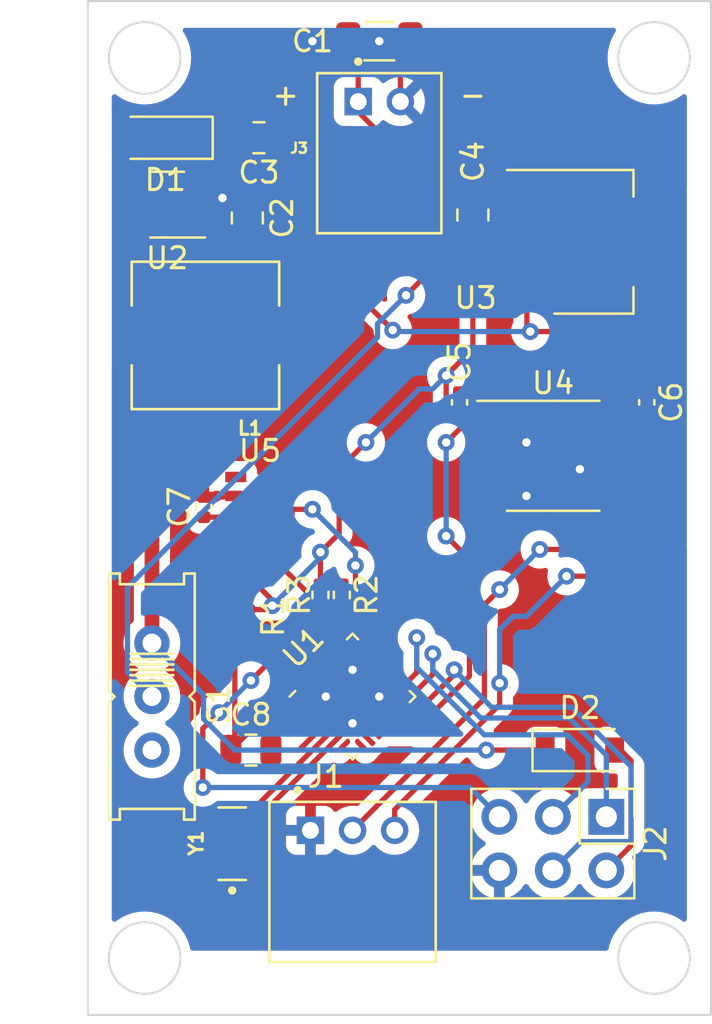
<source format=kicad_pcb>
(kicad_pcb (version 20211014) (generator pcbnew)
  (layers (0 "F.Cu" signal) (31 "B.Cu" signal) (34 "B.Paste" user) (35 "F.Paste" user) (36 "B.SilkS" user "B.Silkscreen") (37 "F.SilkS" user "F.Silkscreen") (38 "B.Mask" user) (39 "F.Mask" user) (44 "Edge.Cuts" user))
  (net 0 "")
  (net 1 "GND")
  (net 2 "+5V")
  (net 3 "Net-(D1-Pad2)")
  (net 4 "/MISO")
  (net 5 "/ICSP_VCC")
  (net 9 "Net-(U1-Pad5)")
  (net 10 "Net-(U1-Pad6)")
  (net 16 "/SCK")
  (net 17 "/MOSI")
  (net 18 "/RST")
  (net 25 "+3V3")
  (net 26 "/SDA")
  (net 30 "/SCL")
  (net 31 "Net-(U1-Pad11)")
  (net 37 "/DO")
  (net 41 "Net-(C1-Pad1)")
  (net 42 "Net-(C2-Pad1)")
  (footprint "Package_SO:TSSOP-14_4.4x5mm_P0.65mm" (layer "F.Cu") (at 141.605 101.6)
    (fp_text reference "U4" (at 0 -3.45) (layer "F.SilkS"))
    (fp_text value "TXU0304")
    (fp_line (start 0 2.61) (end 2.2 2.61) (layer "F.SilkS") (width 0.12))
    (fp_line (start 0 -2.61) (end -3.6 -2.61) (layer "F.SilkS") (width 0.12))
    (fp_line (start 0 2.61) (end -2.2 2.61) (layer "F.SilkS") (width 0.12))
    (fp_line (start 0 -2.61) (end 2.2 -2.61) (layer "F.SilkS") (width 0.12))
    (pad "1" smd roundrect (at -2.8625 -1.95) (size 1.475 0.4) (layers "F.Cu" "F.Paste" "F.Mask") (net 25 "+3V3"))
    (pad "2" smd roundrect (at -2.8625 -1.3) (size 1.475 0.4) (layers "F.Cu" "F.Paste" "F.Mask") (net 31 "Net-(U1-Pad11)"))
    (pad "3" smd roundrect (at -2.8625 -0.65) (size 1.475 0.4) (layers "F.Cu" "F.Paste" "F.Mask") (net 1 "GND"))
    (pad "4" smd roundrect (at -2.8625 0) (size 1.475 0.4) (layers "F.Cu" "F.Paste" "F.Mask") (net 1 "GND"))
    (pad "5" smd roundrect (at -2.8625 0.65) (size 1.475 0.4) (layers "F.Cu" "F.Paste" "F.Mask"))
    (pad "6" smd roundrect (at -2.8625 1.3) (size 1.475 0.4) (layers "F.Cu" "F.Paste" "F.Mask"))
    (pad "7" smd roundrect (at -2.8625 1.95) (size 1.475 0.4) (layers "F.Cu" "F.Paste" "F.Mask") (net 1 "GND"))
    (pad "8" smd roundrect (at 2.8625 1.95) (size 1.475 0.4) (layers "F.Cu" "F.Paste" "F.Mask") (net 2 "+5V"))
    (pad "9" smd roundrect (at 2.8625 1.3) (size 1.475 0.4) (layers "F.Cu" "F.Paste" "F.Mask"))
    (pad "10" smd roundrect (at 2.8625 0.65) (size 1.475 0.4) (layers "F.Cu" "F.Paste" "F.Mask") (net 1 "GND"))
    (pad "11" smd roundrect (at 2.8625 0) (size 1.475 0.4) (layers "F.Cu" "F.Paste" "F.Mask"))
    (pad "12" smd roundrect (at 2.8625 -0.65) (size 1.475 0.4) (layers "F.Cu" "F.Paste" "F.Mask"))
    (pad "13" smd roundrect (at 2.8625 -1.3) (size 1.475 0.4) (layers "F.Cu" "F.Paste" "F.Mask") (net 37 "/DO"))
    (pad "14" smd roundrect (at 2.8625 -1.95) (size 1.475 0.4) (layers "F.Cu" "F.Paste" "F.Mask") (net 2 "+5V"))
  )
  (footprint "Resistor_SMD:R_0402_1005Metric" (layer "F.Cu") (at 131.572 108.204 -90)
    (fp_text reference "R2" (at 0 -1.17 90) (layer "F.SilkS"))
    (fp_text value "4.7K")
    (fp_line (start -0.153641 -0.38) (end 0.153641 -0.38) (layer "F.SilkS") (width 0.12))
    (fp_line (start -0.153641 0.38) (end 0.153641 0.38) (layer "F.SilkS") (width 0.12))
    (pad "1" smd roundrect (at -0.51 0 270) (size 0.54 0.64) (layers "F.Cu" "F.Paste" "F.Mask") (net 25 "+3V3"))
    (pad "2" smd roundrect (at 0.51 0 270) (size 0.54 0.64) (layers "F.Cu" "F.Paste" "F.Mask") (net 26 "/SDA"))
  )
  (footprint "Resistor_SMD:R_0402_1005Metric" (layer "F.Cu") (at 130.556 108.204 -90)
    (fp_text reference "R3" (at 0 1.016 90) (layer "F.SilkS"))
    (fp_text value "4.7k")
    (fp_line (start -0.153641 -0.38) (end 0.153641 -0.38) (layer "F.SilkS") (width 0.12))
    (fp_line (start -0.153641 0.38) (end 0.153641 0.38) (layer "F.SilkS") (width 0.12))
    (pad "1" smd roundrect (at -0.51 0 270) (size 0.54 0.64) (layers "F.Cu" "F.Paste" "F.Mask") (net 25 "+3V3"))
    (pad "2" smd roundrect (at 0.51 0 270) (size 0.54 0.64) (layers "F.Cu" "F.Paste" "F.Mask") (net 30 "/SCL"))
  )
  (footprint "Package_TO_SOT_SMD:SOT-23-5" (layer "F.Cu") (at 123.275 89.675 180)
    (fp_text reference "U2" (at 0 -2.54) (layer "F.SilkS"))
    (fp_text value "RP400N501A-TR-FE")
    (fp_line (start 0 -1.56) (end -1.8 -1.56) (layer "F.SilkS") (width 0.12))
    (fp_line (start 0 1.56) (end -0.8 1.56) (layer "F.SilkS") (width 0.12))
    (fp_line (start 0 -1.56) (end 0.8 -1.56) (layer "F.SilkS") (width 0.12))
    (fp_line (start 0 1.56) (end 0.8 1.56) (layer "F.SilkS") (width 0.12))
    (pad "1" smd roundrect (at -1.1375 -0.95 180) (size 1.325 0.6) (layers "F.Cu" "F.Paste" "F.Mask") (net 42 "Net-(C2-Pad1)"))
    (pad "2" smd roundrect (at -1.1375 0 180) (size 1.325 0.6) (layers "F.Cu" "F.Paste" "F.Mask") (net 1 "GND"))
    (pad "3" smd roundrect (at -1.1375 0.95 180) (size 1.325 0.6) (layers "F.Cu" "F.Paste" "F.Mask") (net 42 "Net-(C2-Pad1)"))
    (pad "4" smd roundrect (at 1.1375 0.95 180) (size 1.325 0.6) (layers "F.Cu" "F.Paste" "F.Mask") (net 2 "+5V"))
    (pad "5" smd roundrect (at 1.1375 -0.95 180) (size 1.325 0.6) (layers "F.Cu" "F.Paste" "F.Mask") (net 3 "Net-(D1-Pad2)"))
  )
  (footprint "Diode_SMD:D_SOD-123" (layer "F.Cu") (at 142.875 115.57)
    (fp_text reference "D2" (at 0 -2) (layer "F.SilkS"))
    (fp_text value "D_Schottky")
    (fp_line (start -2.25 -1) (end 1.65 -1) (layer "F.SilkS") (width 0.12))
    (fp_line (start -2.25 1) (end 1.65 1) (layer "F.SilkS") (width 0.12))
    (fp_line (start -2.25 -1) (end -2.25 1) (layer "F.SilkS") (width 0.12))
    (pad "1" smd rect (at -1.65 0) (size 0.9 1.2) (layers "F.Cu" "F.Paste" "F.Mask") (net 42 "Net-(C2-Pad1)"))
    (pad "2" smd rect (at 1.65 0) (size 0.9 1.2) (layers "F.Cu" "F.Paste" "F.Mask") (net 5 "/ICSP_VCC"))
  )
  (footprint "Capacitor_SMD:C_1206_3216Metric" (layer "F.Cu") (at 133.35 81.915)
    (fp_text reference "C1" (at -3.175 0) (layer "F.SilkS"))
    (fp_text value "100uF")
    (fp_line (start -0.711252 0.91) (end 0.711252 0.91) (layer "F.SilkS") (width 0.12))
    (fp_line (start -0.711252 -0.91) (end 0.711252 -0.91) (layer "F.SilkS") (width 0.12))
    (pad "1" smd roundrect (at -1.475 0) (size 1.15 1.8) (layers "F.Cu" "F.Paste" "F.Mask") (roundrect_rratio 0.2173913043) (net 41 "Net-(C1-Pad1)"))
    (pad "2" smd roundrect (at 1.475 0) (size 1.15 1.8) (layers "F.Cu" "F.Paste" "F.Mask") (roundrect_rratio 0.2173913043) (net 1 "GND"))
  )
  (footprint "Connector_PinHeader_2.54mm:PinHeader_2x03_P2.54mm_Vertical" (layer "F.Cu") (at 144.13 118.74 -90)
    (fp_text reference "J2" (at 1.27 -2.33 90) (layer "F.SilkS"))
    (fp_text value "Conn_02x03_Odd_Even")
    (fp_line (start -1.33 0) (end -1.33 -1.33) (layer "F.SilkS") (width 0.12))
    (fp_line (start -1.33 1.27) (end -1.33 6.41) (layer "F.SilkS") (width 0.12))
    (fp_line (start 3.87 -1.33) (end 3.87 6.41) (layer "F.SilkS") (width 0.12))
    (fp_line (start 1.27 1.27) (end 1.27 -1.33) (layer "F.SilkS") (width 0.12))
    (fp_line (start -1.33 6.41) (end 3.87 6.41) (layer "F.SilkS") (width 0.12))
    (fp_line (start -1.33 -1.33) (end 0 -1.33) (layer "F.SilkS") (width 0.12))
    (fp_line (start -1.33 1.27) (end 1.27 1.27) (layer "F.SilkS") (width 0.12))
    (fp_line (start 1.27 -1.33) (end 3.87 -1.33) (layer "F.SilkS") (width 0.12))
    (pad "1" thru_hole rect (at 0 0 270) (size 1.7 1.7) (drill 1) (layers *.Cu *.Mask) (net 4 "/MISO"))
    (pad "2" thru_hole oval (at 2.54 0 270) (size 1.7 1.7) (drill 1) (layers *.Cu *.Mask) (net 5 "/ICSP_VCC"))
    (pad "3" thru_hole oval (at 0 2.54 270) (size 1.7 1.7) (drill 1) (layers *.Cu *.Mask) (net 16 "/SCK"))
    (pad "4" thru_hole oval (at 2.54 2.54 270) (size 1.7 1.7) (drill 1) (layers *.Cu *.Mask) (net 17 "/MOSI"))
    (pad "5" thru_hole oval (at 0 5.08 270) (size 1.7 1.7) (drill 1) (layers *.Cu *.Mask) (net 18 "/RST"))
    (pad "6" thru_hole oval (at 2.54 5.08 270) (size 1.7 1.7) (drill 1) (layers *.Cu *.Mask) (net 1 "GND"))
  )
  (footprint "Capacitor_SMD:C_0805_2012Metric" (layer "F.Cu") (at 127.085 90.31 90)
    (fp_text reference "C2" (at 0 1.651 90) (layer "F.SilkS"))
    (fp_text value "10uF")
    (fp_line (start -0.261252 -0.735) (end 0.261252 -0.735) (layer "F.SilkS") (width 0.12))
    (fp_line (start -0.261252 0.735) (end 0.261252 0.735) (layer "F.SilkS") (width 0.12))
    (pad "1" smd roundrect (at -0.95 0 90) (size 1 1.45) (layers "F.Cu" "F.Paste" "F.Mask") (net 42 "Net-(C2-Pad1)"))
    (pad "2" smd roundrect (at 0.95 0 90) (size 1 1.45) (layers "F.Cu" "F.Paste" "F.Mask") (net 1 "GND"))
  )
  (footprint "S2B-PH-K-S(LF)(SN) 2mm JST Connector:JST_S2B-PH-K-S(LF)(SN)" (layer "F.Cu") (at 133.35 84.7825)
    (fp_text reference "J3" (at -3.81 2.2125) (layer "F.SilkS") (effects (font (size 0.48 0.48))))
    (fp_text value "S2B-PH-K-S(LF)(SN)")
    (fp_line (start -2.95 -1.35) (end 2.95 -1.35) (layer "F.SilkS") (width 0.127))
    (fp_line (start -2.95 6.25) (end -2.95 -1.35) (layer "F.SilkS") (width 0.127))
    (fp_line (start 2.95 -1.35) (end 2.95 6.25) (layer "F.SilkS") (width 0.127))
    (fp_line (start 2.95 6.25) (end -2.95 6.25) (layer "F.SilkS") (width 0.127))
    (fp_circle (center -1 -1.9) (end -0.9 -1.9) (layer "F.SilkS") (width 0.2) (fill none))
    (pad "1" thru_hole rect locked (at -1 0) (size 1.308 1.308) (drill 0.8) (layers *.Cu *.Mask) (net 41 "Net-(C1-Pad1)"))
    (pad "2" thru_hole circle locked (at 1 0) (size 1.308 1.308) (drill 0.8) (layers *.Cu *.Mask) (net 1 "GND"))
  )
  (footprint "Capacitor_SMD:C_0805_2012Metric" (layer "F.Cu") (at 127.254 115.57)
    (fp_text reference "C8" (at 0 -1.68) (layer "F.SilkS"))
    (fp_text value "10uF")
    (fp_line (start -0.261252 -0.735) (end 0.261252 -0.735) (layer "F.SilkS") (width 0.12))
    (fp_line (start -0.261252 0.735) (end 0.261252 0.735) (layer "F.SilkS") (width 0.12))
    (pad "1" smd roundrect (at -0.95 0) (size 1 1.45) (layers "F.Cu" "F.Paste" "F.Mask") (net 25 "+3V3"))
    (pad "2" smd roundrect (at 0.95 0) (size 1 1.45) (layers "F.Cu" "F.Paste" "F.Mask") (net 1 "GND"))
  )
  (footprint "Package_TO_SOT_SMD:SOT-223-3_TabPin2" (layer "F.Cu") (at 143.51 91.44)
    (fp_text reference "U3" (at -5.588 2.667) (layer "F.SilkS"))
    (fp_text value "LDL1117")
    (fp_line (start 1.91 3.41) (end 1.91 2.15) (layer "F.SilkS") (width 0.12))
    (fp_line (start -1.85 3.41) (end 1.91 3.41) (layer "F.SilkS") (width 0.12))
    (fp_line (start 1.91 -3.41) (end 1.91 -2.15) (layer "F.SilkS") (width 0.12))
    (fp_line (start -4.1 -3.41) (end 1.91 -3.41) (layer "F.SilkS") (width 0.12))
    (pad "1" smd rect (at -3.15 -2.3) (size 2 1.5) (layers "F.Cu" "F.Paste" "F.Mask") (net 1 "GND"))
    (pad "2" smd rect (at 3.15 0) (size 2 3.8) (layers "F.Cu" "F.Paste" "F.Mask") (net 25 "+3V3"))
    (pad "2" smd rect (at -3.15 0) (size 2 1.5) (layers "F.Cu" "F.Paste" "F.Mask") (net 25 "+3V3"))
    (pad "3" smd rect (at -3.15 2.3) (size 2 1.5) (layers "F.Cu" "F.Paste" "F.Mask") (net 2 "+5V"))
  )
  (footprint "Resistor_SMD:R_0201_0603Metric" (layer "F.Cu") (at 127.254 109.22 -90)
    (fp_text reference "R1" (at 0 -1.05 90) (layer "F.SilkS"))
    (fp_text value "10k")
    (pad "1" smd roundrect (at -0.32 0 270) (size 0.46 0.4) (layers "F.Cu" "F.Mask") (net 25 "+3V3"))
    (pad "2" smd roundrect (at 0.32 0 270) (size 0.46 0.4) (layers "F.Cu" "F.Mask") (net 18 "/RST"))
  )
  (footprint "Capacitor_SMD:C_0402_1005Metric" (layer "F.Cu") (at 137.16 99.06 -90)
    (fp_text reference "C5" (at -1.905 0 90) (layer "F.SilkS"))
    (fp_text value "0.1uF")
    (fp_line (start -0.107836 0.36) (end 0.107836 0.36) (layer "F.SilkS") (width 0.12))
    (fp_line (start -0.107836 -0.36) (end 0.107836 -0.36) (layer "F.SilkS") (width 0.12))
    (pad "1" smd roundrect (at -0.48 0 270) (size 0.56 0.62) (layers "F.Cu" "F.Paste" "F.Mask") (net 1 "GND"))
    (pad "2" smd roundrect (at 0.48 0 270) (size 0.56 0.62) (layers "F.Cu" "F.Paste" "F.Mask") (net 25 "+3V3"))
  )
  (footprint "SLF7045T-100M1R3-PF:IND_SLF7045T-100M1R3-PF" (layer "F.Cu") (at 125.095 95.885 180)
    (fp_text reference "L1" (at -2.118 -4.4064) (layer "F.SilkS") (effects (font (size 0.64 0.64))))
    (fp_text value "10uH")
    (fp_line (start -3.5 -3.5) (end 3.5 -3.5) (layer "F.SilkS") (width 0.127))
    (fp_line (start 3.5 3.5) (end 3.5 1.42) (layer "F.SilkS") (width 0.127))
    (fp_line (start -3.5 3.5) (end -3.5 1.42) (layer "F.SilkS") (width 0.127))
    (fp_line (start -3.5 3.5) (end 3.5 3.5) (layer "F.SilkS") (width 0.127))
    (fp_line (start 3.5 -3.5) (end 3.5 -1.42) (layer "F.SilkS") (width 0.127))
    (fp_line (start -3.5 -3.5) (end -3.5 -1.42) (layer "F.SilkS") (width 0.127))
    (pad "1" smd rect locked (at -3.15 0 180) (size 1.5 2.2) (layers "F.Cu" "F.Paste" "F.Mask") (net 42 "Net-(C2-Pad1)"))
    (pad "2" smd rect locked (at 3.15 0 180) (size 1.5 2.2) (layers "F.Cu" "F.Paste" "F.Mask") (net 3 "Net-(D1-Pad2)"))
  )
  (footprint "Capacitor_SMD:C_0805_2012Metric" (layer "F.Cu") (at 127.635 86.5)
    (fp_text reference "C3" (at 0 1.651) (layer "F.SilkS"))
    (fp_text value "10uF")
    (fp_line (start -0.261252 0.735) (end 0.261252 0.735) (layer "F.SilkS") (width 0.12))
    (fp_line (start -0.261252 -0.735) (end 0.261252 -0.735) (layer "F.SilkS") (width 0.12))
    (pad "1" smd roundrect (at -0.95 0) (size 1 1.45) (layers "F.Cu" "F.Paste" "F.Mask") (net 2 "+5V"))
    (pad "2" smd roundrect (at 0.95 0) (size 1 1.45) (layers "F.Cu" "F.Paste" "F.Mask") (net 1 "GND"))
  )
  (footprint "Capacitor_SMD:C_0805_2012Metric" (layer "F.Cu") (at 137.795 90.17 90)
    (fp_text reference "C4" (at 2.54 0 90) (layer "F.SilkS"))
    (fp_text value "4.7uF")
    (fp_line (start -0.261252 0.735) (end 0.261252 0.735) (layer "F.SilkS") (width 0.12))
    (fp_line (start -0.261252 -0.735) (end 0.261252 -0.735) (layer "F.SilkS") (width 0.12))
    (pad "1" smd roundrect (at -0.95 0 90) (size 1 1.45) (layers "F.Cu" "F.Paste" "F.Mask") (net 25 "+3V3"))
    (pad "2" smd roundrect (at 0.95 0 90) (size 1 1.45) (layers "F.Cu" "F.Paste" "F.Mask") (net 1 "GND"))
  )
  (footprint "Package_DFN_QFN:QFN-28-1EP_4x4mm_P0.45mm_EP2.4x2.4mm" (layer "F.Cu") (at 132.08 113.03 45)
    (fp_text reference "U1" (at 0 -3.3 45) (layer "F.SilkS"))
    (fp_text value "ATmega328-MM")
    (fp_line (start -1.735 2.11) (end -2.11 2.11) (layer "F.SilkS") (width 0.12))
    (fp_line (start 1.735 -2.11) (end 2.11 -2.11) (layer "F.SilkS") (width 0.12))
    (fp_line (start -1.735 -2.11) (end -2.11 -2.11) (layer "F.SilkS") (width 0.12))
    (fp_line (start 2.11 -2.11) (end 2.11 -1.735) (layer "F.SilkS") (width 0.12))
    (fp_line (start -2.11 2.11) (end -2.11 1.735) (layer "F.SilkS") (width 0.12))
    (fp_line (start 2.11 2.11) (end 2.11 1.735) (layer "F.SilkS") (width 0.12))
    (fp_line (start 1.735 2.11) (end 2.11 2.11) (layer "F.SilkS") (width 0.12))
    (pad "1" smd custom (at -1.95 -1.35 45) (size 0.179289 0.179289) (layers "F.Cu" "F.Paste" "F.Mask") (options (clearance outline) (anchor circle)) (primitives (gr_poly (pts (xy 0.3375 0.000888) (xy 0.3375 0.0625) (xy -0.3375 0.0625) (xy -0.3375 -0.0625) (xy 0.274112 -0.0625)) (width 0.125) (fill yes))))
    (pad "2" smd roundrect (at -1.95 -0.9 45) (size 0.8 0.25) (layers "F.Cu" "F.Paste" "F.Mask"))
    (pad "3" smd roundrect (at -1.95 -0.45 45) (size 0.8 0.25) (layers "F.Cu" "F.Paste" "F.Mask") (net 25 "+3V3"))
    (pad "4" smd roundrect (at -1.95 0 45) (size 0.8 0.25) (layers "F.Cu" "F.Paste" "F.Mask") (net 1 "GND"))
    (pad "5" smd roundrect (at -1.95 0.45 45) (size 0.8 0.25) (layers "F.Cu" "F.Paste" "F.Mask") (net 9 "Net-(U1-Pad5)"))
    (pad "6" smd roundrect (at -1.95 0.9 45) (size 0.8 0.25) (layers "F.Cu" "F.Paste" "F.Mask") (net 10 "Net-(U1-Pad6)"))
    (pad "7" smd custom (at -1.95 1.35 45) (size 0.179289 0.179289) (layers "F.Cu" "F.Paste" "F.Mask") (options (clearance outline) (anchor circle)) (primitives (gr_poly (pts (xy 0.3375 -0.000888) (xy 0.274112 0.0625) (xy -0.3375 0.0625) (xy -0.3375 -0.0625) (xy 0.3375 -0.0625)) (width 0.125) (fill yes))))
    (pad "8" smd custom (at -1.35 1.95 45) (size 0.179289 0.179289) (layers "F.Cu" "F.Paste" "F.Mask") (options (clearance outline) (anchor circle)) (primitives (gr_poly (pts (xy 0.0625 0.3375) (xy -0.0625 0.3375) (xy -0.0625 -0.274112) (xy 0.000888 -0.3375) (xy 0.0625 -0.3375)) (width 0.125) (fill yes))))
    (pad "9" smd roundrect (at -0.9 1.95 45) (size 0.25 0.8) (layers "F.Cu" "F.Paste" "F.Mask"))
    (pad "10" smd roundrect (at -0.45 1.95 45) (size 0.25 0.8) (layers "F.Cu" "F.Paste" "F.Mask"))
    (pad "11" smd roundrect (at 0 1.95 45) (size 0.25 0.8) (layers "F.Cu" "F.Paste" "F.Mask") (net 31 "Net-(U1-Pad11)"))
    (pad "12" smd roundrect (at 0.45 1.95 45) (size 0.25 0.8) (layers "F.Cu" "F.Paste" "F.Mask"))
    (pad "13" smd roundrect (at 0.9 1.95 45) (size 0.25 0.8) (layers "F.Cu" "F.Paste" "F.Mask") (net 17 "/MOSI"))
    (pad "14" smd custom (at 1.35 1.95 45) (size 0.179289 0.179289) (layers "F.Cu" "F.Paste" "F.Mask") (net 4 "/MISO") (options (clearance outline) (anchor circle)) (primitives (gr_poly (pts (xy 0.0625 -0.274112) (xy 0.0625 0.3375) (xy -0.0625 0.3375) (xy -0.0625 -0.3375) (xy -0.000888 -0.3375)) (width 0.125) (fill yes))))
    (pad "15" smd custom (at 1.95 1.35 45) (size 0.179289 0.179289) (layers "F.Cu" "F.Paste" "F.Mask") (net 16 "/SCK") (options (clearance outline) (anchor circle)) (primitives (gr_poly (pts (xy 0.3375 0.0625) (xy -0.274112 0.0625) (xy -0.3375 -0.000888) (xy -0.3375 -0.0625) (xy 0.3375 -0.0625)) (width 0.125) (fill yes))))
    (pad "16" smd roundrect (at 1.95 0.9 45) (size 0.8 0.25) (layers "F.Cu" "F.Paste" "F.Mask"))
    (pad "17" smd roundrect (at 1.95 0.45 45) (size 0.8 0.25) (layers "F.Cu" "F.Paste" "F.Mask"))
    (pad "18" smd roundrect (at 1.95 0 45) (size 0.8 0.25) (layers "F.Cu" "F.Paste" "F.Mask") (net 1 "GND"))
    (pad "19" smd roundrect (at 1.95 -0.45 45) (size 0.8 0.25) (layers "F.Cu" "F.Paste" "F.Mask"))
    (pad "20" smd roundrect (at 1.95 -0.9 45) (size 0.8 0.25) (layers "F.Cu" "F.Paste" "F.Mask"))
    (pad "21" smd custom (at 1.95 -1.35 45) (size 0.179289 0.179289) (layers "F.Cu" "F.Paste" "F.Mask") (options (clearance outline) (anchor circle)) (primitives (gr_poly (pts (xy 0.3375 0.0625) (xy -0.3375 0.0625) (xy -0.3375 0.000888) (xy -0.274112 -0.0625) (xy 0.3375 -0.0625)) (width 0.125) (fill yes))))
    (pad "22" smd custom (at 1.35 -1.95 45) (size 0.179289 0.179289) (layers "F.Cu" "F.Paste" "F.Mask") (options (clearance outline) (anchor circle)) (primitives (gr_poly (pts (xy 0.0625 0.274112) (xy -0.000888 0.3375) (xy -0.0625 0.3375) (xy -0.0625 -0.3375) (xy 0.0625 -0.3375)) (width 0.125) (fill yes))))
    (pad "23" smd roundrect (at 0.9 -1.95 45) (size 0.25 0.8) (layers "F.Cu" "F.Paste" "F.Mask") (net 26 "/SDA"))
    (pad "24" smd roundrect (at 0.45 -1.95 45) (size 0.25 0.8) (layers "F.Cu" "F.Paste" "F.Mask") (net 30 "/SCL"))
    (pad "25" smd roundrect (at 0 -1.95 45) (size 0.25 0.8) (layers "F.Cu" "F.Paste" "F.Mask") (net 18 "/RST"))
    (pad "26" smd roundrect (at -0.45 -1.95 45) (size 0.25 0.8) (layers "F.Cu" "F.Paste" "F.Mask"))
    (pad "27" smd roundrect (at -0.9 -1.95 45) (size 0.25 0.8) (layers "F.Cu" "F.Paste" "F.Mask"))
    (pad "28" smd custom (at -1.35 -1.95 45) (size 0.179289 0.179289) (layers "F.Cu" "F.Paste" "F.Mask") (options (clearance outline) (anchor circle)) (primitives (gr_poly (pts (xy 0.0625 0.3375) (xy 0.000888 0.3375) (xy -0.0625 0.274112) (xy -0.0625 -0.3375) (xy 0.0625 -0.3375)) (width 0.125) (fill yes))))
    (pad "29" smd rect (at 0 0 45) (size 2.4 2.4) (layers "F.Cu" "F.Mask") (net 1 "GND"))
  )
  (footprint "Capacitor_SMD:C_0402_1005Metric" (layer "F.Cu") (at 146.05 99.06 -90)
    (fp_text reference "C6" (at 0 -1.16 90) (layer "F.SilkS"))
    (fp_text value "0.1uF")
    (fp_line (start -0.107836 0.36) (end 0.107836 0.36) (layer "F.SilkS") (width 0.12))
    (fp_line (start -0.107836 -0.36) (end 0.107836 -0.36) (layer "F.SilkS") (width 0.12))
    (pad "1" smd roundrect (at -0.48 0 270) (size 0.56 0.62) (layers "F.Cu" "F.Paste" "F.Mask") (net 1 "GND"))
    (pad "2" smd roundrect (at 0.48 0 270) (size 0.56 0.62) (layers "F.Cu" "F.Paste" "F.Mask") (net 2 "+5V"))
  )
  (footprint "Capacitor_SMD:C_0402_1005Metric" (layer "F.Cu") (at 125.017022 104.032 90)
    (fp_text reference "C7" (at 0 -1.16 90) (layer "F.SilkS"))
    (fp_text value "4.7uF")
    (fp_line (start -0.107836 0.36) (end 0.107836 0.36) (layer "F.SilkS") (width 0.12))
    (fp_line (start -0.107836 -0.36) (end 0.107836 -0.36) (layer "F.SilkS") (width 0.12))
    (pad "1" smd roundrect (at -0.48 0 90) (size 0.56 0.62) (layers "F.Cu" "F.Paste" "F.Mask") (net 25 "+3V3"))
    (pad "2" smd roundrect (at 0.48 0 90) (size 0.56 0.62) (layers "F.Cu" "F.Paste" "F.Mask") (net 1 "GND"))
  )
  (footprint "Diode_SMD:D_SOD-123" (layer "F.Cu") (at 123.19 86.5 180)
    (fp_text reference "D1" (at 0 -2) (layer "F.SilkS"))
    (fp_text value "D_Schottky")
    (fp_line (start -2.25 -1) (end -2.25 1) (layer "F.SilkS") (width 0.12))
    (fp_line (start -2.25 1) (end 1.65 1) (layer "F.SilkS") (width 0.12))
    (fp_line (start -2.25 -1) (end 1.65 -1) (layer "F.SilkS") (width 0.12))
    (pad "1" smd rect (at -1.65 0 180) (size 0.9 1.2) (layers "F.Cu" "F.Paste" "F.Mask") (net 2 "+5V"))
    (pad "2" smd rect (at 1.65 0 180) (size 0.9 1.2) (layers "F.Cu" "F.Paste" "F.Mask") (net 3 "Net-(D1-Pad2)"))
  )
  (footprint "EG1218 SPDT Switch:EG1218" (layer "F.Cu") (at 122.555 113.03 -90)
    (fp_text reference "S1" (at 0.381 -3.175 90) (layer "F.SilkS"))
    (fp_text value "EG1218")
    (fp_line (start 5.334 -1.524) (end 5.334 1.524) (layer "F.SilkS") (width 0.127))
    (fp_line (start -0.254 2.032) (end -5.842 2.032) (layer "F.SilkS") (width 0.127))
    (fp_line (start -0.254 -2.032) (end 0 -1.778) (layer "F.SilkS") (width 0.127))
    (fp_line (start -0.508 -1.016) (end -0.508 1.016) (layer "F.SilkS") (width 0.127))
    (fp_line (start 0 -1.778) (end 0.254 -2.032) (layer "F.SilkS") (width 0.127))
    (fp_line (start -5.842 -1.524) (end -5.842 -2.032) (layer "F.SilkS") (width 0.127))
    (fp_line (start 0.254 -2.032) (end 5.842 -2.032) (layer "F.SilkS") (width 0.127))
    (fp_line (start -5.842 1.524) (end -5.334 1.524) (layer "F.SilkS") (width 0.127))
    (fp_line (start 5.842 -1.524) (end 5.334 -1.524) (layer "F.SilkS") (width 0.127))
    (fp_line (start 5.842 2.032) (end 0.254 2.032) (layer "F.SilkS") (width 0.127))
    (fp_line (start -1.524 -1.016) (end -1.524 1.016) (layer "F.SilkS") (width 0.127))
    (fp_line (start 5.842 1.524) (end 5.842 2.032) (layer "F.SilkS") (width 0.127))
    (fp_line (start -1.27 1.016) (end -1.27 -1.016) (layer "F.SilkS") (width 0.127))
    (fp_line (start -0.762 1.016) (end -0.762 -1.016) (layer "F.SilkS") (width 0.127))
    (fp_line (start -2.032 -1.016) (end -2.032 1.016) (layer "F.SilkS") (width 0.127))
    (fp_line (start 5.842 -2.032) (end 5.842 -1.524) (layer "F.SilkS") (width 0.127))
    (fp_line (start -5.842 2.032) (end -5.842 1.524) (layer "F.SilkS") (width 0.127))
    (fp_line (start -1.778 1.016) (end -1.778 -1.016) (layer "F.SilkS") (width 0.127))
    (fp_line (start 5.334 1.524) (end 5.842 1.524) (layer "F.SilkS") (width 0.127))
    (fp_line (start 0 1.778) (end -0.254 2.032) (layer "F.SilkS") (width 0.127))
    (fp_line (start -1.016 -1.016) (end -1.016 1.016) (layer "F.SilkS") (width 0.127))
    (fp_line (start 0.254 2.032) (end 0 1.778) (layer "F.SilkS") (width 0.127))
    (fp_line (start -5.334 1.524) (end -5.334 -1.524) (layer "F.SilkS") (width 0.127))
    (fp_line (start -5.334 -1.524) (end -5.842 -1.524) (layer "F.SilkS") (width 0.127))
    (fp_line (start -5.842 -2.032) (end -0.254 -2.032) (layer "F.SilkS") (width 0.127))
    (pad "O" thru_hole circle locked (at -2.54 0 270) (size 1.6764 1.6764) (drill 0.9) (layers *.Cu *.Mask) (net 42 "Net-(C2-Pad1)"))
    (pad "P" thru_hole circle locked (at 0 0 270) (size 1.6764 1.6764) (drill 0.9) (layers *.Cu *.Mask) (net 41 "Net-(C1-Pad1)"))
    (pad "S" thru_hole circle locked (at 2.54 0 270) (size 1.6764 1.6764) (drill 0.9) (layers *.Cu *.Mask))
  )
  (footprint "CSTNE16M0V530000R0:OSC_CSTNE16M0V530000R0" (layer "F.Cu") (at 126.365 120.015 90)
    (fp_text reference "Y1" (at 0.032 -1.7064 90) (layer "F.SilkS") (effects (font (size 0.64 0.64))))
    (fp_text value "Resonator")
    (fp_line (start -1.72 -0.65) (end -1.72 0.65) (layer "F.SilkS") (width 0.127))
    (fp_line (start 1.72 -0.65) (end 1.72 0.65) (layer "F.SilkS") (width 0.127))
    (fp_circle (center -2.22 0) (end -2.12 0) (layer "F.SilkS") (width 0.2) (fill none))
    (pad "1" smd rect locked (at -1.2 0 90) (size 0.4 1.9) (layers "F.Cu" "F.Paste" "F.Mask") (net 10 "Net-(U1-Pad6)"))
    (pad "2" smd rect locked (at 0 0 90) (size 0.4 1.9) (layers "F.Cu" "F.Paste" "F.Mask") (net 1 "GND"))
    (pad "3" smd rect locked (at 1.2 0 90) (size 0.4 1.9) (layers "F.Cu" "F.Paste" "F.Mask") (net 9 "Net-(U1-Pad5)"))
  )
  (footprint "JST-S3B-PH-K:JST_S3B-PH-K-S(LF)(SN)" (layer "F.Cu") (at 130.08 119.38)
    (fp_text reference "J1" (at 0.73 -2.54) (layer "F.SilkS") (effects (font (size 1.000339 1.000339))))
    (fp_text value "S3B-PH-K-S(LF)(SN)")
    (fp_line (start -1.95 -1.35) (end -1.95 6.25) (layer "F.SilkS") (width 0.127))
    (fp_line (start 5.95 -1.35) (end -1.95 -1.35) (layer "F.SilkS") (width 0.127))
    (fp_line (start -1.95 6.25) (end 5.95 6.25) (layer "F.SilkS") (width 0.127))
    (fp_line (start 5.95 6.25) (end 5.95 -1.35) (layer "F.SilkS") (width 0.127))
    (fp_circle (center -0.6 -1.9) (end -0.5 -1.9) (layer "F.SilkS") (width 0.2) (fill none))
    (pad "1" thru_hole rect locked (at 0 0) (size 1.308 1.308) (drill 0.8) (layers *.Cu *.Mask) (net 1 "GND"))
    (pad "2" thru_hole circle locked (at 2 0) (size 1.308 1.308) (drill 0.8) (layers *.Cu *.Mask) (net 37 "/DO"))
    (pad "3" thru_hole circle locked (at 4 0) (size 1.308 1.308) (drill 0.8) (layers *.Cu *.Mask) (net 2 "+5V"))
  )
  (footprint "HP203B Pressure Sensor:HP203B" (layer "F.Cu") (at 127.684022 103.905)
    (fp_text reference "U5" (at 0 -2.54 unlocked) (layer "F.SilkS"))
    (fp_text value "HP203B")
    (pad "1" smd rect (at -1.15 -1.3) (size 1 0.5) (layers "F.Cu" "F.Paste" "F.Mask"))
    (pad "2" smd rect (at -1.25 -0.4) (size 0.8 0.5) (layers "F.Cu" "F.Paste" "F.Mask") (net 1 "GND"))
    (pad "3" smd rect (at -1.25 0.5) (size 0.8 0.5) (layers "F.Cu" "F.Paste" "F.Mask") (net 25 "+3V3"))
    (pad "4" smd rect (at -1.25 1.4) (size 0.8 0.5) (layers "F.Cu" "F.Paste" "F.Mask"))
    (pad "5" smd rect (at 1.25 1.4) (size 0.8 0.5) (layers "F.Cu" "F.Paste" "F.Mask") (net 30 "/SCL"))
    (pad "6" smd rect (at 1.25 0.5) (size 0.8 0.5) (layers "F.Cu" "F.Paste" "F.Mask") (net 26 "/SDA"))
    (pad "7" smd rect (at 1.25 -0.4) (size 0.8 0.5) (layers "F.Cu" "F.Paste" "F.Mask"))
    (pad "8" smd rect (at 1.25 -1.3) (size 0.8 0.5) (layers "F.Cu" "F.Paste" "F.Mask") (net 25 "+3V3"))
  )
  (gr_rect (start 119.507 80.01) (end 149.098 128.143) (layer "Edge.Cuts") (width 0.1) (fill none))
  (gr_circle (center 146.398 82.71) (end 148.098 82.71) (layer "Edge.Cuts") (width 0.1) (fill none))
  (gr_circle (center 146.398 125.443) (end 148.098 125.443) (layer "Edge.Cuts") (width 0.1) (fill none))
  (gr_circle (center 122.207 125.443) (end 123.907 125.443) (layer "Edge.Cuts") (width 0.1) (fill none))
  (gr_circle (center 122.207 82.71) (end 123.907 82.71) (layer "Edge.Cuts") (width 0.1) (fill none))
  (gr_text "+" (at 128.905 84.455) (layer "F.SilkS") (effects (font (size 1 1))))
  (gr_text "-" (at 137.795 84.455) (layer "F.SilkS") (effects (font (size 1 1))))
  (segment (start 137.795 89.22) (end 137.875 89.14) (width 0.25) (layer "F.Cu") (net 1))
  (segment (start 129.54 115.57) (end 130.701142 114.408858) (width 0.25) (layer "F.Cu") (net 1))
  (segment (start 134.35 82.39) (end 134.825 81.915) (width 0.25) (layer "F.Cu") (net 1))
  (segment (start 129.275 100.965) (end 130.175 100.965) (width 0.25) (layer "F.Cu") (net 1))
  (segment (start 138.7425 100.95) (end 140.32 100.95) (width 0.25) (layer "F.Cu") (net 1))
  (segment (start 128.209511 102.294771) (end 128.209511 102.030489) (width 0.25) (layer "F.Cu") (net 1))
  (segment (start 138.7425 101.6) (end 140.335 101.6) (width 0.25) (layer "F.Cu") (net 1))
  (segment (start 124.7275 89.36) (end 124.4125 89.675) (width 0.25) (layer "F.Cu") (net 1))
  (segment (start 138.7425 103.55) (end 140.29 103.55) (width 0.25) (layer "F.Cu") (net 1))
  (segment (start 128.209511 102.030489) (end 129.275 100.965) (width 0.25) (layer "F.Cu") (net 1))
  (segment (start 140.32 100.95) (end 140.335 100.965) (width 0.25) (layer "F.Cu") (net 1))
  (segment (start 137.875 89.14) (end 140.36 89.14) (width 0.25) (layer "F.Cu") (net 1))
  (segment (start 130.701142 114.408858) (end 132.08 113.03) (width 0.25) (layer "F.Cu") (net 1))
  (segment (start 133.458858 111.651142) (end 132.08 113.03) (width 0.25) (layer "F.Cu") (net 1))
  (segment (start 124.4125 89.675) (end 124.796072 89.675) (width 0.25) (layer "F.Cu") (net 1))
  (segment (start 144.4675 102.25) (end 142.89 102.25) (width 0.25) (layer "F.Cu") (net 1))
  (segment (start 134.35 84.7825) (end 134.35 82.39) (width 0.25) (layer "F.Cu") (net 1))
  (segment (start 125.905 89.36) (end 124.7275 89.36) (width 0.25) (layer "F.Cu") (net 1))
  (segment (start 126.999282 103.505) (end 128.209511 102.294771) (width 0.25) (layer "F.Cu") (net 1))
  (segment (start 140.29 103.55) (end 140.335 103.505) (width 0.25) (layer "F.Cu") (net 1))
  (segment (start 125.017022 103.552) (end 126.387022 103.552) (width 0.25) (layer "F.Cu") (net 1))
  (segment (start 128.204 115.57) (end 129.54 115.57) (width 0.25) (layer "F.Cu") (net 1))
  (segment (start 142.89 102.25) (end 142.875 102.235) (width 0.25) (layer "F.Cu") (net 1))
  (segment (start 127.085 89.36) (end 125.905 89.36) (width 0.25) (layer "F.Cu") (net 1))
  (segment (start 126.434022 103.505) (end 126.999282 103.505) (width 0.25) (layer "F.Cu") (net 1))
  (via (at 130.175 81.915) (size 0.8) (drill 0.4) (layers "F.Cu" "B.Cu") (net 1))
  (via (at 133.35 113.03) (size 0.8) (drill 0.4) (layers "F.Cu" "B.Cu") (net 1))
  (via (at 132.08 114.3) (size 0.8) (drill 0.4) (layers "F.Cu" "B.Cu") (net 1))
  (via (at 125.905 89.36) (size 0.8) (drill 0.4) (layers "F.Cu" "B.Cu") (net 1))
  (via (at 133.35 81.915) (size 0.8) (drill 0.4) (layers "F.Cu" "B.Cu") (net 1))
  (via (at 130.81 113.03) (size 0.8) (drill 0.4) (layers "F.Cu" "B.Cu") (net 1))
  (via (at 132.08 111.76) (size 0.8) (drill 0.4) (layers "F.Cu" "B.Cu") (net 1))
  (via (at 140.335 103.505) (size 0.8) (drill 0.4) (layers "F.Cu" "B.Cu") (net 1))
  (via (at 140.335 100.965) (size 0.8) (drill 0.4) (layers "F.Cu" "B.Cu") (net 1))
  (via (at 142.875 102.235) (size 0.8) (drill 0.4) (layers "F.Cu" "B.Cu") (net 1))
  (segment (start 134.08 118.396) (end 134.08 119.38) (width 0.25) (layer "F.Cu") (net 2))
  (segment (start 147.32 97.79) (end 147.32 99.06) (width 0.25) (layer "F.Cu") (net 2))
  (segment (start 147.32 105.41) (end 145.415 107.315) (width 0.25) (layer "F.Cu") (net 2))
  (segment (start 128.13452 88.872027) (end 126.685 87.422507) (width 0.25) (layer "F.Cu") (net 2))
  (segment (start 140.51875 95.70125) (end 145.23125 95.70125) (width 0.25) (layer "F.Cu") (net 2))
  (segment (start 146.05 99.54) (end 144.5775 99.54) (width 0.25) (layer "F.Cu") (net 2))
  (segment (start 145.23125 95.70125) (end 147.32 97.79) (width 0.25) (layer "F.Cu") (net 2))
  (segment (start 140.36 95.5425) (end 140.51875 95.70125) (width 0.25) (layer "F.Cu") (net 2))
  (segment (start 147.32 99.06) (end 146.84 99.54) (width 0.25) (layer "F.Cu") (net 2))
  (segment (start 143.047 103.55) (end 144.4675 103.55) (width 0.25) (layer "F.Cu") (net 2))
  (segment (start 139.065 113.411) (end 134.08 118.396) (width 0.25) (layer "F.Cu") (net 2))
  (segment (start 128.13452 89.777055) (end 128.13452 88.872027) (width 0.25) (layer "F.Cu") (net 2))
  (segment (start 124.3625 86.5) (end 122.1375 88.725) (width 0.25) (layer "F.Cu") (net 2))
  (segment (start 140.36 93.74) (end 140.36 95.5425) (width 0.25) (layer "F.Cu") (net 2))
  (segment (start 144.5775 99.54) (end 144.4675 99.65) (width 0.25) (layer "F.Cu") (net 2))
  (segment (start 146.84 99.54) (end 146.05 99.54) (width 0.25) (layer "F.Cu") (net 2))
  (segment (start 142.539 99.65) (end 141.986 100.203) (width 0.25) (layer "F.Cu") (net 2))
  (segment (start 126.685 87.422507) (end 126.685 86.5) (width 0.25) (layer "F.Cu") (net 2))
  (segment (start 141.986 102.489) (end 143.047 103.55) (width 0.25) (layer "F.Cu") (net 2))
  (segment (start 147.32 99.06) (end 147.32 105.41) (width 0.25) (layer "F.Cu") (net 2))
  (segment (start 145.415 107.315) (end 142.24 107.315) (width 0.25) (layer "F.Cu") (net 2))
  (segment (start 139.065 112.395) (end 139.065 113.411) (width 0.25) (layer "F.Cu") (net 2))
  (segment (start 124.84 86.5) (end 124.3625 86.5) (width 0.25) (layer "F.Cu") (net 2))
  (segment (start 141.986 100.203) (end 141.986 102.489) (width 0.25) (layer "F.Cu") (net 2))
  (segment (start 133.988465 95.631) (end 128.13452 89.777055) (width 0.25) (layer "F.Cu") (net 2))
  (segment (start 144.4675 99.65) (end 142.539 99.65) (width 0.25) (layer "F.Cu") (net 2))
  (segment (start 126.685 86.5) (end 124.84 86.5) (width 0.25) (layer "F.Cu") (net 2))
  (via (at 140.51875 95.70125) (size 0.8) (drill 0.4) (layers "F.Cu" "B.Cu") (net 2))
  (via (at 139.065 112.395) (size 0.8) (drill 0.4) (layers "F.Cu" "B.Cu") (net 2))
  (via (at 133.988465 95.631) (size 0.8) (drill 0.4) (layers "F.Cu" "B.Cu") (net 2))
  (via (at 142.24 107.315) (size 0.8) (drill 0.4) (layers "F.Cu" "B.Cu") (net 2))
  (segment (start 133.988465 95.631) (end 134.058715 95.70125) (width 0.25) (layer "B.Cu") (net 2))
  (segment (start 134.058715 95.70125) (end 140.51875 95.70125) (width 0.25) (layer "B.Cu") (net 2))
  (segment (start 139.065 109.855) (end 139.065 112.395) (width 0.25) (layer "B.Cu") (net 2))
  (segment (start 139.7 109.22) (end 139.065 109.855) (width 0.25) (layer "B.Cu") (net 2))
  (segment (start 140.335 109.22) (end 139.7 109.22) (width 0.25) (layer "B.Cu") (net 2))
  (segment (start 142.24 107.315) (end 140.335 109.22) (width 0.25) (layer "B.Cu") (net 2))
  (segment (start 121.15048 89.63798) (end 121.15048 86.88952) (width 0.25) (layer "F.Cu") (net 3))
  (segment (start 121.15048 86.88952) (end 121.54 86.5) (width 0.25) (layer "F.Cu") (net 3))
  (segment (start 121.945 95.885) (end 121.945 90.8175) (width 0.7) (layer "F.Cu") (net 3))
  (segment (start 122.1375 90.625) (end 121.15048 89.63798) (width 0.25) (layer "F.Cu") (net 3))
  (segment (start 121.945 90.8175) (end 122.1375 90.625) (width 0.7) (layer "F.Cu") (net 3))
  (segment (start 135.89 111.977716) (end 135.89 110.998) (width 0.25) (layer "F.Cu") (net 4))
  (segment (start 134.413452 113.454264) (end 135.89 111.977716) (width 0.25) (layer "F.Cu") (net 4))
  (via (at 135.89 110.998) (size 0.8) (drill 0.4) (layers "F.Cu" "B.Cu") (net 4))
  (segment (start 144.13 115.809718) (end 144.13 118.74) (width 0.25) (layer "B.Cu") (net 4))
  (segment (start 135.89 110.998) (end 135.89 111.768614) (width 0.25) (layer "B.Cu") (net 4))
  (segment (start 135.89 111.768614) (end 138.167386 114.046) (width 0.25) (layer "B.Cu") (net 4))
  (segment (start 138.167386 114.046) (end 142.366282 114.046) (width 0.25) (layer "B.Cu") (net 4))
  (segment (start 142.366282 114.046) (end 144.13 115.809718) (width 0.25) (layer "B.Cu") (net 4))
  (segment (start 144.78 115.545) (end 145.304511 116.069511) (width 0.25) (layer "F.Cu") (net 5))
  (segment (start 145.304511 120.105489) (end 144.13 121.28) (width 0.25) (layer "F.Cu") (net 5))
  (segment (start 145.304511 116.069511) (end 145.304511 120.105489) (width 0.25) (layer "F.Cu") (net 5))
  (segment (start 131.01934 114.727056) (end 126.931396 118.815) (width 0.25) (layer "F.Cu") (net 9))
  (segment (start 126.931396 118.815) (end 126.365 118.815) (width 0.25) (layer "F.Cu") (net 9))
  (segment (start 127.639511 120.539511) (end 126.964022 121.215) (width 0.25) (layer "F.Cu") (net 10))
  (segment (start 126.964022 121.215) (end 126.365 121.215) (width 0.25) (layer "F.Cu") (net 10))
  (segment (start 131.337538 115.045254) (end 131.33686 115.045254) (width 0.25) (layer "F.Cu") (net 10))
  (segment (start 127.639511 118.742603) (end 127.639511 120.539511) (width 0.25) (layer "F.Cu") (net 10))
  (segment (start 131.33686 115.045254) (end 127.639511 118.742603) (width 0.25) (layer "F.Cu") (net 10))
  (segment (start 134.413452 112.605736) (end 135.128 111.891188) (width 0.25) (layer "F.Cu") (net 16))
  (segment (start 135.128 111.891188) (end 135.128 110.236) (width 0.25) (layer "F.Cu") (net 16))
  (via (at 135.128 110.236) (size 0.8) (drill 0.4) (layers "F.Cu" "B.Cu") (net 16))
  (segment (start 135.128 110.236) (end 135.128 111.642332) (width 0.25) (layer "B.Cu") (net 16))
  (segment (start 138.331157 114.845489) (end 142.277489 114.845489) (width 0.25) (layer "B.Cu") (net 16))
  (segment (start 143.256 115.824) (end 143.256 117.074) (width 0.25) (layer "B.Cu") (net 16))
  (segment (start 135.128 111.642332) (end 138.331157 114.845489) (width 0.25) (layer "B.Cu") (net 16))
  (segment (start 142.277489 114.845489) (end 143.256 115.824) (width 0.25) (layer "B.Cu") (net 16))
  (segment (start 143.256 117.074) (end 141.59 118.74) (width 0.25) (layer "B.Cu") (net 16))
  (segment (start 136.906 111.986341) (end 136.906 111.76) (width 0.25) (layer "F.Cu") (net 17))
  (segment (start 134.768215 114.124126) (end 136.906 111.986341) (width 0.25) (layer "F.Cu") (net 17))
  (segment (start 134.446918 114.124126) (end 134.768215 114.124126) (width 0.25) (layer "F.Cu") (net 17))
  (segment (start 134.095254 113.772462) (end 134.446918 114.124126) (width 0.25) (layer "F.Cu") (net 17))
  (via (at 136.906 111.76) (size 0.8) (drill 0.4) (layers "F.Cu" "B.Cu") (net 17))
  (segment (start 145.304511 116.348511) (end 145.304511 119.914511) (width 0.25) (layer "B.Cu") (net 17))
  (segment (start 138.684 113.538) (end 142.494 113.538) (width 0.25) (layer "B.Cu") (net 17))
  (segment (start 136.906 111.76) (end 138.684 113.538) (width 0.25) (layer "B.Cu") (net 17))
  (segment (start 142.955489 119.914511) (end 141.59 121.28) (width 0.25) (layer "B.Cu") (net 17))
  (segment (start 142.494 113.538) (end 145.304511 116.348511) (width 0.25) (layer "B.Cu") (net 17))
  (segment (start 145.304511 119.914511) (end 142.955489 119.914511) (width 0.25) (layer "B.Cu") (net 17))
  (segment (start 124.968 114.554) (end 124.968 117.348) (width 0.25) (layer "F.Cu") (net 18))
  (segment (start 128.59 109.54) (end 127.254 109.54) (width 0.25) (layer "F.Cu") (net 18))
  (segment (start 129.286 110.236) (end 128.59 109.54) (width 0.25) (layer "F.Cu") (net 18))
  (segment (start 129.286 110.236) (end 127.254 112.268) (width 0.25) (layer "F.Cu") (net 18))
  (segment (start 125.73 113.792) (end 124.968 114.554) (width 0.25) (layer "F.Cu") (net 18))
  (segment (start 130.701142 111.651142) (end 129.286 110.236) (width 0.25) (layer "F.Cu") (net 18))
  (via (at 124.968 117.348) (size 0.8) (drill 0.4) (layers "F.Cu" "B.Cu") (net 18))
  (via (at 127.254 112.268) (size 0.8) (drill 0.4) (layers "F.Cu" "B.Cu") (net 18))
  (via (at 125.73 113.792) (size 0.8) (drill 0.4) (layers "F.Cu" "B.Cu") (net 18))
  (segment (start 127.254 112.268) (end 125.73 113.792) (width 0.25) (layer "B.Cu") (net 18))
  (segment (start 124.968 117.348) (end 137.658 117.348) (width 0.25) (layer "B.Cu") (net 18))
  (segment (start 137.658 117.348) (end 139.05 118.74) (width 0.25) (layer "B.Cu") (net 18))
  (segment (start 136.52548 97.78952) (end 136.52548 99.06048) (width 0.25) (layer "F.Cu") (net 25))
  (segment (start 125.017022 104.512) (end 126.327022 104.512) (width 0.25) (layer "F.Cu") (net 25))
  (segment (start 127.508 107.696) (end 128.27 108.458) (width 0.25) (layer "F.Cu") (net 25))
  (segment (start 146.66 91.44) (end 140.36 91.44) (width 0.25) (layer "F.Cu") (net 25))
  (segment (start 126.735 104.405) (end 128.535 102.605) (width 0.25) (layer "F.Cu") (net 25))
  (segment (start 131.075 102.605) (end 128.934022 102.605) (width 0.25) (layer "F.Cu") (net 25))
  (segment (start 137.795 91.11904) (end 137.795 96.52) (width 0.25) (layer "F.Cu") (net 25))
  (segment (start 137.16 99.54) (end 138.6325 99.54) (width 0.25) (layer "F.Cu") (net 25))
  (segment (start 127.35352 114.52048) (end 126.304 115.57) (width 0.25) (layer "F.Cu") (net 25))
  (segment (start 130.382944 114.09066) (end 129.953124 114.52048) (width 0.25) (layer "F.Cu") (net 25))
  (segment (start 138.6325 99.54) (end 138.7425 99.65) (width 0.25) (layer "F.Cu") (net 25))
  (segment (start 129.953124 114.52048) (end 127.35352 114.52048) (width 0.25) (layer "F.Cu") (net 25))
  (segment (start 126.304 115.57) (end 126.492 115.382) (width 0.25) (layer "F.Cu") (net 25))
  (segment (start 128.082 108.9) (end 128.27 108.712) (width 0.25) (layer "F.Cu") (net 25))
  (segment (start 126.492 115.382) (end 126.492 108.204) (width 0.25) (layer "F.Cu") (net 25))
  (segment (start 127.254 108.9) (end 128.082 108.9) (width 0.25) (layer "F.Cu") (net 25))
  (segment (start 132.715 100.965) (end 131.075 102.605) (width 0.25) (layer "F.Cu") (net 25))
  (segment (start 137.795 91.12) (end 138.115 91.44) (width 0.25) (layer "F.Cu") (net 25))
  (segment (start 131.572 107.694) (end 130.556 107.694) (width 0.25) (layer "F.Cu") (net 25))
  (segment (start 131.445 102.235) (end 131.445 105.283) (width 0.25) (layer "F.Cu") (net 25))
  (segment (start 128.27 108.458) (end 128.27 108.712) (width 0.25) (layer "F.Cu") (net 25))
  (segment (start 136.52548 99.06048) (end 137.005 99.54) (width 0.25) (layer "F.Cu") (net 25))
  (segment (start 127 107.696) (end 127.508 107.696) (width 0.25) (layer "F.Cu") (net 25))
  (segment (start 131.445 105.283) (end 130.556 106.172) (width 0.25) (layer "F.Cu") (net 25))
  (segment (start 137.005 99.54) (end 137.16 99.54) (width 0.25) (layer "F.Cu") (net 25))
  (segment (start 138.115 91.44) (end 140.36 91.44) (width 0.25) (layer "F.Cu") (net 25))
  (segment (start 130.556 107.694) (end 130.556 106.172) (width 0.25) (layer "F.Cu") (net 25))
  (segment (start 137.795 96.52) (end 136.52548 97.78952) (width 0.25) (layer "F.Cu") (net 25))
  (segment (start 126.492 108.204) (end 127 107.696) (width 0.25) (layer "F.Cu") (net 25))
  (via (at 136.52548 97.78952) (size 0.8) (drill 0.4) (layers "F.Cu" "B.Cu") (net 25))
  (via (at 130.556 106.172) (size 0.8) (drill 0.4) (layers "F.Cu" "B.Cu") (net 25))
  (via (at 128.27 108.712) (size 0.8) (drill 0.4) (layers "F.Cu" "B.Cu") (net 25))
  (via (at 132.715 100.965) (size 0.8) (drill 0.4) (layers "F.Cu" "B.Cu") (net 25))
  (segment (start 135.255 98.425) (end 135.89 98.425) (width 0.25) (layer "B.Cu") (net 25))
  (segment (start 130.556 106.426) (end 130.556 106.172) (width 0.25) (layer "B.Cu") (net 25))
  (segment (start 135.89 98.425) (end 136.52548 97.78952) (width 0.25) (layer "B.Cu") (net 25))
  (segment (start 128.27 108.712) (end 130.556 106.426) (width 0.25) (layer "B.Cu") (net 25))
  (segment (start 132.715 100.965) (end 135.255 98.425) (width 0.25) (layer "B.Cu") (net 25))
  (segment (start 129.199022 104.14) (end 128.934022 104.405) (width 0.25) (layer "F.Cu") (net 26))
  (segment (start 132.21652 108.06948) (end 132.21652 106.807906) (width 0.25) (layer "F.Cu") (net 26))
  (segment (start 131.337538 111.014746) (end 130.985874 110.663082) (width 0.25) (layer "F.Cu") (net 26))
  (segment (start 130.985874 109.300126) (end 131.572 108.714) (width 0.25) (layer "F.Cu") (net 26))
  (segment (start 130.175 104.14) (end 129.199022 104.14) (width 0.25) (layer "F.Cu") (net 26))
  (segment (start 130.985874 110.663082) (end 130.985874 109.300126) (width 0.25) (layer "F.Cu") (net 26))
  (segment (start 131.572 108.714) (end 132.21652 108.06948) (width 0.25) (layer "F.Cu") (net 26))
  (via (at 130.175 104.14) (size 0.8) (drill 0.4) (layers "F.Cu" "B.Cu") (net 26))
  (via (at 132.21652 106.807906) (size 0.8) (drill 0.4) (layers "F.Cu" "B.Cu") (net 26))
  (segment (start 132.21652 106.18152) (end 130.175 104.14) (width 0.25) (layer "B.Cu") (net 26))
  (segment (start 132.21652 106.807906) (end 132.21652 106.18152) (width 0.25) (layer "B.Cu") (net 26))
  (segment (start 130.536354 108.733646) (end 130.556 108.714) (width 0.25) (layer "F.Cu") (net 30))
  (segment (start 131.01934 111.332944) (end 130.536354 110.849958) (width 0.25) (layer "F.Cu") (net 30))
  (segment (start 130.536354 110.849958) (end 130.536354 108.733646) (width 0.25) (layer "F.Cu") (net 30))
  (segment (start 128.934022 107.092022) (end 128.934022 105.305) (width 0.25) (layer "F.Cu") (net 30))
  (segment (start 130.556 108.714) (end 128.934022 107.092022) (width 0.25) (layer "F.Cu") (net 30))
  (segment (start 137.630511 106.515511) (end 136.525 105.41) (width 0.25) (layer "F.Cu") (net 31))
  (segment (start 137.19 100.3) (end 138.7425 100.3) (width 0.25) (layer "F.Cu") (net 31))
  (segment (start 133.458858 114.408858) (end 133.810522 114.760522) (width 0.25) (layer "F.Cu") (net 31))
  (segment (start 136.525 100.965) (end 137.19 100.3) (width 0.25) (layer "F.Cu") (net 31))
  (segment (start 134.930092 114.760522) (end 137.630511 112.060103) (width 0.25) (layer "F.Cu") (net 31))
  (segment (start 133.810522 114.760522) (end 134.930092 114.760522) (width 0.25) (layer "F.Cu") (net 31))
  (segment (start 137.630511 112.060103) (end 137.630511 106.515511) (width 0.25) (layer "F.Cu") (net 31))
  (via (at 136.525 105.41) (size 0.8) (drill 0.4) (layers "F.Cu" "B.Cu") (net 31))
  (via (at 136.525 100.965) (size 0.8) (drill 0.4) (layers "F.Cu" "B.Cu") (net 31))
  (segment (start 136.525 105.41) (end 136.525 100.965) (width 0.25) (layer "B.Cu") (net 31))
  (segment (start 145.155361 100.3) (end 144.4675 100.3) (width 0.25) (layer "F.Cu") (net 37))
  (segment (start 138.340489 113.119511) (end 132.08 119.38) (width 0.25) (layer "F.Cu") (net 37))
  (segment (start 140.97 106.045) (end 145.415 106.045) (width 0.25) (layer "F.Cu") (net 37))
  (segment (start 138.340489 108.674511) (end 138.340489 113.119511) (width 0.25) (layer "F.Cu") (net 37))
  (segment (start 146.685 104.775) (end 146.685 101.829639) (width 0.25) (layer "F.Cu") (net 37))
  (segment (start 139.065 107.95) (end 138.340489 108.674511) (width 0.25) (layer "F.Cu") (net 37))
  (segment (start 146.685 101.829639) (end 145.155361 100.3) (width 0.25) (layer "F.Cu") (net 37))
  (segment (start 145.415 106.045) (end 146.685 104.775) (width 0.25) (layer "F.Cu") (net 37))
  (via (at 140.97 106.045) (size 0.8) (drill 0.4) (layers "F.Cu" "B.Cu") (net 37))
  (via (at 139.065 107.95) (size 0.8) (drill 0.4) (layers "F.Cu" "B.Cu") (net 37))
  (segment (start 139.065 107.95) (end 140.97 106.045) (width 0.25) (layer "B.Cu") (net 37))
  (segment (start 135.89 92.71) (end 135.89 88.809472) (width 0.25) (layer "F.Cu") (net 41))
  (segment (start 132.35 84.7825) (end 132.35 82.39) (width 0.25) (layer "F.Cu") (net 41))
  (segment (start 132.35 82.39) (end 131.875 81.915) (width 0.25) (layer "F.Cu") (net 41))
  (segment (start 135.89 88.809472) (end 132.106514 85.025986) (width 0.25) (layer "F.Cu") (net 41))
  (segment (start 134.62 93.98) (end 135.89 92.71) (width 0.25) (layer "F.Cu") (net 41))
  (via (at 134.62 93.98) (size 0.8) (drill 0.4) (layers "F.Cu" "B.Cu") (net 41))
  (segment (start 121.392289 111.867289) (end 122.555 113.03) (width 0.25) (layer "B.Cu") (net 41))
  (segment (start 134.62 93.98) (end 133.720014 94.879986) (width 0.25) (layer "B.Cu") (net 41))
  (segment (start 121.392289 107.842711) (end 121.392289 111.867289) (width 0.25) (layer "B.Cu") (net 41))
  (segment (start 133.714865 94.879986) (end 133.263954 95.330897) (width 0.25) (layer "B.Cu") (net 41))
  (segment (start 133.263954 95.330897) (end 133.263954 95.971046) (width 0.25) (layer "B.Cu") (net 41))
  (segment (start 133.263954 95.971046) (end 121.392289 107.842711) (width 0.25) (layer "B.Cu") (net 41))
  (segment (start 133.720014 94.879986) (end 133.714865 94.879986) (width 0.25) (layer "B.Cu") (net 41))
  (segment (start 128.245 95.885) (end 124.46 92.1) (width 0.7) (layer "F.Cu") (net 42))
  (segment (start 123.19 88.9) (end 123.365 88.725) (width 0.25) (layer "F.Cu") (net 42))
  (segment (start 128.245 95.885) (end 122.555 101.575) (width 0.7) (layer "F.Cu") (net 42))
  (segment (start 127.085 91.013928) (end 127.085 91.26) (width 0.25) (layer "F.Cu") (net 42))
  (segment (start 124.4125 90.625) (end 123.471072 90.625) (width 0.25) (layer "F.Cu") (net 42))
  (segment (start 123.19 90.343928) (end 123.19 88.9) (width 0.25) (layer "F.Cu") (net 42))
  (segment (start 124.46 92.1) (end 124.46 90.805) (width 0.7) (layer "F.Cu") (net 42))
  (segment (start 123.365 88.725) (end 124.4125 88.725) (width 0.25) (layer "F.Cu") (net 42))
  (segment (start 124.4125 90.625) (end 125.0475 91.26) (width 0.25) (layer "F.Cu") (net 42))
  (segment (start 123.471072 90.625) (end 123.19 90.343928) (width 0.25) (layer "F.Cu") (net 42))
  (segment (start 125.0475 91.26) (end 127.085 91.26) (width 0.25) (layer "F.Cu") (net 42))
  (segment (start 122.555 101.575) (end 122.555 110.49) (width 0.7) (layer "F.Cu") (net 42))
  (segment (start 141.225 115.57) (end 138.43 115.57) (width 0.25) (layer "F.Cu") (net 42))
  (segment (start 124.4125 88.725) (end 124.796072 88.725) (width 0.25) (layer "F.Cu") (net 42))
  (via (at 138.43 115.57) (size 0.8) (drill 0.4) (layers "F.Cu" "B.Cu") (net 42))
  (segment (start 126.483386 115.57) (end 125.005489 114.092103) (width 0.25) (layer "B.Cu") (net 42))
  (segment (start 138.43 115.57) (end 126.483386 115.57) (width 0.25) (layer "B.Cu") (net 42))
  (segment (start 125.005489 114.092103) (end 125.005489 112.940489) (width 0.25) (layer "B.Cu") (net 42))
  (segment (start 125.005489 112.940489) (end 122.555 110.49) (width 0.25) (layer "B.Cu") (net 42))
  (zone (net 1) (net_name "GND") (layers F&B.Cu) (connect_pads (clearance 0.508)) (min_thickness 0.254) (fill yes (thermal_gap 0.508) (thermal_bridge_width 0.508))
    (polygon (pts (xy 147.955 125.095) (xy 120.65 125.095) (xy 120.65 81.28) (xy 147.955 81.28)))
  )
)
</source>
